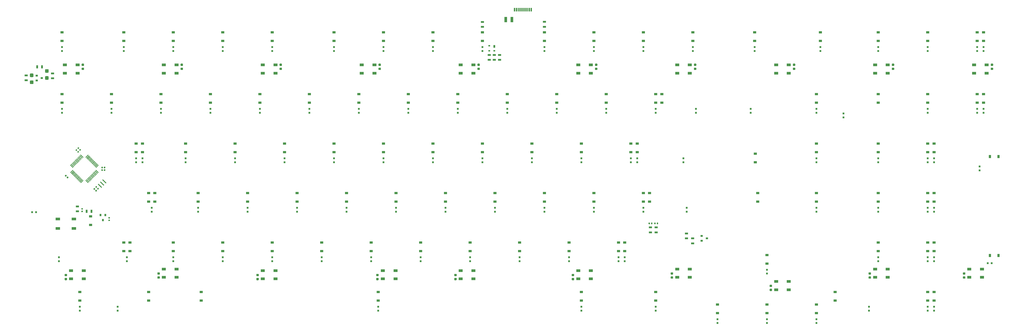
<source format=gbr>
%TF.GenerationSoftware,KiCad,Pcbnew,(5.1.10)-1*%
%TF.CreationDate,2022-05-13T21:34:30+07:00*%
%TF.ProjectId,Parallel,50617261-6c6c-4656-9c2e-6b696361645f,rev?*%
%TF.SameCoordinates,Original*%
%TF.FileFunction,Paste,Bot*%
%TF.FilePolarity,Positive*%
%FSLAX46Y46*%
G04 Gerber Fmt 4.6, Leading zero omitted, Abs format (unit mm)*
G04 Created by KiCad (PCBNEW (5.1.10)-1) date 2022-05-13 21:34:30*
%MOMM*%
%LPD*%
G01*
G04 APERTURE LIST*
%ADD10R,1.300000X0.700000*%
%ADD11R,0.700000X1.300000*%
%ADD12R,1.800000X1.100000*%
%ADD13R,0.800000X0.900000*%
%ADD14R,1.200000X0.900000*%
%ADD15R,0.900000X0.800000*%
%ADD16R,0.750000X0.800000*%
%ADD17R,1.500000X1.000000*%
%ADD18C,0.100000*%
%ADD19R,0.900000X1.200000*%
%ADD20R,0.800000X0.750000*%
%ADD21R,1.140000X2.030000*%
%ADD22R,0.300000X1.450000*%
%ADD23R,0.600000X1.450000*%
%ADD24R,0.700000X1.000000*%
%ADD25R,0.700000X0.600000*%
G04 APERTURE END LIST*
D10*
%TO.C,R118*%
X183975456Y-25469589D03*
X183975456Y-27369589D03*
%TD*%
D11*
%TO.C,R117*%
X26846159Y-85725216D03*
X24946159Y-85725216D03*
%TD*%
D10*
%TO.C,R116*%
X244278740Y-93818984D03*
X244278740Y-91918984D03*
%TD*%
%TO.C,R2*%
X242078740Y-91918984D03*
X242078740Y-93818984D03*
%TD*%
%TO.C,C33*%
G36*
G01*
X245038740Y-90198984D02*
X245038740Y-90538984D01*
G75*
G02*
X244898740Y-90678984I-140000J0D01*
G01*
X244618740Y-90678984D01*
G75*
G02*
X244478740Y-90538984I0J140000D01*
G01*
X244478740Y-90198984D01*
G75*
G02*
X244618740Y-90058984I140000J0D01*
G01*
X244898740Y-90058984D01*
G75*
G02*
X245038740Y-90198984I0J-140000D01*
G01*
G37*
G36*
G01*
X244078740Y-90198984D02*
X244078740Y-90538984D01*
G75*
G02*
X243938740Y-90678984I-140000J0D01*
G01*
X243658740Y-90678984D01*
G75*
G02*
X243518740Y-90538984I0J140000D01*
G01*
X243518740Y-90198984D01*
G75*
G02*
X243658740Y-90058984I140000J0D01*
G01*
X243938740Y-90058984D01*
G75*
G02*
X244078740Y-90198984I0J-140000D01*
G01*
G37*
%TD*%
%TO.C,C32*%
G36*
G01*
X242838740Y-90198984D02*
X242838740Y-90538984D01*
G75*
G02*
X242698740Y-90678984I-140000J0D01*
G01*
X242418740Y-90678984D01*
G75*
G02*
X242278740Y-90538984I0J140000D01*
G01*
X242278740Y-90198984D01*
G75*
G02*
X242418740Y-90058984I140000J0D01*
G01*
X242698740Y-90058984D01*
G75*
G02*
X242838740Y-90198984I0J-140000D01*
G01*
G37*
G36*
G01*
X241878740Y-90198984D02*
X241878740Y-90538984D01*
G75*
G02*
X241738740Y-90678984I-140000J0D01*
G01*
X241458740Y-90678984D01*
G75*
G02*
X241318740Y-90538984I0J140000D01*
G01*
X241318740Y-90198984D01*
G75*
G02*
X241458740Y-90058984I140000J0D01*
G01*
X241738740Y-90058984D01*
G75*
G02*
X241878740Y-90198984I0J-140000D01*
G01*
G37*
%TD*%
D12*
%TO.C,SW1*%
X20066449Y-92337728D03*
X13866449Y-88637728D03*
X20066449Y-88637728D03*
X13866449Y-92337728D03*
%TD*%
D10*
%TO.C,R1*%
X21431304Y-85725216D03*
X21431304Y-83825216D03*
%TD*%
D13*
%TO.C,Q2*%
X30303985Y-87106472D03*
X32203985Y-87106472D03*
X31253985Y-89106472D03*
%TD*%
D14*
%TO.C,D219*%
X26491473Y-90947100D03*
X26491473Y-87647100D03*
%TD*%
%TO.C,C31*%
G36*
G01*
X23387246Y-86005216D02*
X23047246Y-86005216D01*
G75*
G02*
X22907246Y-85865216I0J140000D01*
G01*
X22907246Y-85585216D01*
G75*
G02*
X23047246Y-85445216I140000J0D01*
G01*
X23387246Y-85445216D01*
G75*
G02*
X23527246Y-85585216I0J-140000D01*
G01*
X23527246Y-85865216D01*
G75*
G02*
X23387246Y-86005216I-140000J0D01*
G01*
G37*
G36*
G01*
X23387246Y-85045216D02*
X23047246Y-85045216D01*
G75*
G02*
X22907246Y-84905216I0J140000D01*
G01*
X22907246Y-84625216D01*
G75*
G02*
X23047246Y-84485216I140000J0D01*
G01*
X23387246Y-84485216D01*
G75*
G02*
X23527246Y-84625216I0J-140000D01*
G01*
X23527246Y-84905216D01*
G75*
G02*
X23387246Y-85045216I-140000J0D01*
G01*
G37*
%TD*%
%TO.C,C3*%
G36*
G01*
X33465241Y-87941786D02*
X33805241Y-87941786D01*
G75*
G02*
X33945241Y-88081786I0J-140000D01*
G01*
X33945241Y-88361786D01*
G75*
G02*
X33805241Y-88501786I-140000J0D01*
G01*
X33465241Y-88501786D01*
G75*
G02*
X33325241Y-88361786I0J140000D01*
G01*
X33325241Y-88081786D01*
G75*
G02*
X33465241Y-87941786I140000J0D01*
G01*
G37*
G36*
G01*
X33465241Y-88901786D02*
X33805241Y-88901786D01*
G75*
G02*
X33945241Y-89041786I0J-140000D01*
G01*
X33945241Y-89321786D01*
G75*
G02*
X33805241Y-89461786I-140000J0D01*
G01*
X33465241Y-89461786D01*
G75*
G02*
X33325241Y-89321786I0J140000D01*
G01*
X33325241Y-89041786D01*
G75*
G02*
X33465241Y-88901786I140000J0D01*
G01*
G37*
%TD*%
D10*
%TO.C,R115*%
X258318000Y-96128800D03*
X258318000Y-98028800D03*
%TD*%
%TO.C,R114*%
X255955800Y-94223800D03*
X255955800Y-96123800D03*
%TD*%
D15*
%TO.C,Q1*%
X263813800Y-96113600D03*
X261813800Y-95163600D03*
X261813800Y-97063600D03*
%TD*%
D11*
%TO.C,R113*%
X5896111Y-30063357D03*
X7796111Y-30063357D03*
%TD*%
%TO.C,C30*%
G36*
G01*
X363093883Y-110105747D02*
X362593883Y-110105747D01*
G75*
G02*
X362368883Y-109880747I0J225000D01*
G01*
X362368883Y-109430747D01*
G75*
G02*
X362593883Y-109205747I225000J0D01*
G01*
X363093883Y-109205747D01*
G75*
G02*
X363318883Y-109430747I0J-225000D01*
G01*
X363318883Y-109880747D01*
G75*
G02*
X363093883Y-110105747I-225000J0D01*
G01*
G37*
G36*
G01*
X363093883Y-111655747D02*
X362593883Y-111655747D01*
G75*
G02*
X362368883Y-111430747I0J225000D01*
G01*
X362368883Y-110980747D01*
G75*
G02*
X362593883Y-110755747I225000J0D01*
G01*
X363093883Y-110755747D01*
G75*
G02*
X363318883Y-110980747I0J-225000D01*
G01*
X363318883Y-111430747D01*
G75*
G02*
X363093883Y-111655747I-225000J0D01*
G01*
G37*
%TD*%
%TO.C,C29*%
G36*
G01*
X326279729Y-110755747D02*
X326779729Y-110755747D01*
G75*
G02*
X327004729Y-110980747I0J-225000D01*
G01*
X327004729Y-111430747D01*
G75*
G02*
X326779729Y-111655747I-225000J0D01*
G01*
X326279729Y-111655747D01*
G75*
G02*
X326054729Y-111430747I0J225000D01*
G01*
X326054729Y-110980747D01*
G75*
G02*
X326279729Y-110755747I225000J0D01*
G01*
G37*
G36*
G01*
X326279729Y-109205747D02*
X326779729Y-109205747D01*
G75*
G02*
X327004729Y-109430747I0J-225000D01*
G01*
X327004729Y-109880747D01*
G75*
G02*
X326779729Y-110105747I-225000J0D01*
G01*
X326279729Y-110105747D01*
G75*
G02*
X326054729Y-109880747I0J225000D01*
G01*
X326054729Y-109430747D01*
G75*
G02*
X326279729Y-109205747I225000J0D01*
G01*
G37*
%TD*%
%TO.C,C28*%
G36*
G01*
X259009247Y-30388357D02*
X259509247Y-30388357D01*
G75*
G02*
X259734247Y-30613357I0J-225000D01*
G01*
X259734247Y-31063357D01*
G75*
G02*
X259509247Y-31288357I-225000J0D01*
G01*
X259009247Y-31288357D01*
G75*
G02*
X258784247Y-31063357I0J225000D01*
G01*
X258784247Y-30613357D01*
G75*
G02*
X259009247Y-30388357I225000J0D01*
G01*
G37*
G36*
G01*
X259009247Y-28838357D02*
X259509247Y-28838357D01*
G75*
G02*
X259734247Y-29063357I0J-225000D01*
G01*
X259734247Y-29513357D01*
G75*
G02*
X259509247Y-29738357I-225000J0D01*
G01*
X259009247Y-29738357D01*
G75*
G02*
X258784247Y-29513357I0J225000D01*
G01*
X258784247Y-29063357D01*
G75*
G02*
X259009247Y-28838357I225000J0D01*
G01*
G37*
%TD*%
%TO.C,C27*%
G36*
G01*
X23764903Y-29738357D02*
X23264903Y-29738357D01*
G75*
G02*
X23039903Y-29513357I0J225000D01*
G01*
X23039903Y-29063357D01*
G75*
G02*
X23264903Y-28838357I225000J0D01*
G01*
X23764903Y-28838357D01*
G75*
G02*
X23989903Y-29063357I0J-225000D01*
G01*
X23989903Y-29513357D01*
G75*
G02*
X23764903Y-29738357I-225000J0D01*
G01*
G37*
G36*
G01*
X23764903Y-31288357D02*
X23264903Y-31288357D01*
G75*
G02*
X23039903Y-31063357I0J225000D01*
G01*
X23039903Y-30613357D01*
G75*
G02*
X23264903Y-30388357I225000J0D01*
G01*
X23764903Y-30388357D01*
G75*
G02*
X23989903Y-30613357I0J-225000D01*
G01*
X23989903Y-31063357D01*
G75*
G02*
X23764903Y-31288357I-225000J0D01*
G01*
G37*
%TD*%
%TO.C,C26*%
G36*
G01*
X373309535Y-30388357D02*
X373809535Y-30388357D01*
G75*
G02*
X374034535Y-30613357I0J-225000D01*
G01*
X374034535Y-31063357D01*
G75*
G02*
X373809535Y-31288357I-225000J0D01*
G01*
X373309535Y-31288357D01*
G75*
G02*
X373084535Y-31063357I0J225000D01*
G01*
X373084535Y-30613357D01*
G75*
G02*
X373309535Y-30388357I225000J0D01*
G01*
G37*
G36*
G01*
X373309535Y-28838357D02*
X373809535Y-28838357D01*
G75*
G02*
X374034535Y-29063357I0J-225000D01*
G01*
X374034535Y-29513357D01*
G75*
G02*
X373809535Y-29738357I-225000J0D01*
G01*
X373309535Y-29738357D01*
G75*
G02*
X373084535Y-29513357I0J225000D01*
G01*
X373084535Y-29063357D01*
G75*
G02*
X373309535Y-28838357I225000J0D01*
G01*
G37*
%TD*%
%TO.C,C25*%
G36*
G01*
X52435289Y-110755747D02*
X52935289Y-110755747D01*
G75*
G02*
X53160289Y-110980747I0J-225000D01*
G01*
X53160289Y-111430747D01*
G75*
G02*
X52935289Y-111655747I-225000J0D01*
G01*
X52435289Y-111655747D01*
G75*
G02*
X52210289Y-111430747I0J225000D01*
G01*
X52210289Y-110980747D01*
G75*
G02*
X52435289Y-110755747I225000J0D01*
G01*
G37*
G36*
G01*
X52435289Y-109205747D02*
X52935289Y-109205747D01*
G75*
G02*
X53160289Y-109430747I0J-225000D01*
G01*
X53160289Y-109880747D01*
G75*
G02*
X52935289Y-110105747I-225000J0D01*
G01*
X52435289Y-110105747D01*
G75*
G02*
X52210289Y-109880747I0J225000D01*
G01*
X52210289Y-109430747D01*
G75*
G02*
X52435289Y-109205747I225000J0D01*
G01*
G37*
%TD*%
%TO.C,C24*%
G36*
G01*
X335209439Y-30388357D02*
X335709439Y-30388357D01*
G75*
G02*
X335934439Y-30613357I0J-225000D01*
G01*
X335934439Y-31063357D01*
G75*
G02*
X335709439Y-31288357I-225000J0D01*
G01*
X335209439Y-31288357D01*
G75*
G02*
X334984439Y-31063357I0J225000D01*
G01*
X334984439Y-30613357D01*
G75*
G02*
X335209439Y-30388357I225000J0D01*
G01*
G37*
G36*
G01*
X335209439Y-28838357D02*
X335709439Y-28838357D01*
G75*
G02*
X335934439Y-29063357I0J-225000D01*
G01*
X335934439Y-29513357D01*
G75*
G02*
X335709439Y-29738357I-225000J0D01*
G01*
X335209439Y-29738357D01*
G75*
G02*
X334984439Y-29513357I0J225000D01*
G01*
X334984439Y-29063357D01*
G75*
G02*
X335209439Y-28838357I225000J0D01*
G01*
G37*
%TD*%
%TO.C,C23*%
G36*
G01*
X211979441Y-111351061D02*
X212479441Y-111351061D01*
G75*
G02*
X212704441Y-111576061I0J-225000D01*
G01*
X212704441Y-112026061D01*
G75*
G02*
X212479441Y-112251061I-225000J0D01*
G01*
X211979441Y-112251061D01*
G75*
G02*
X211754441Y-112026061I0J225000D01*
G01*
X211754441Y-111576061D01*
G75*
G02*
X211979441Y-111351061I225000J0D01*
G01*
G37*
G36*
G01*
X211979441Y-109801061D02*
X212479441Y-109801061D01*
G75*
G02*
X212704441Y-110026061I0J-225000D01*
G01*
X212704441Y-110476061D01*
G75*
G02*
X212479441Y-110701061I-225000J0D01*
G01*
X211979441Y-110701061D01*
G75*
G02*
X211754441Y-110476061I0J225000D01*
G01*
X211754441Y-110026061D01*
G75*
G02*
X211979441Y-109801061I225000J0D01*
G01*
G37*
%TD*%
%TO.C,C22*%
G36*
G01*
X175665287Y-30388357D02*
X176165287Y-30388357D01*
G75*
G02*
X176390287Y-30613357I0J-225000D01*
G01*
X176390287Y-31063357D01*
G75*
G02*
X176165287Y-31288357I-225000J0D01*
G01*
X175665287Y-31288357D01*
G75*
G02*
X175440287Y-31063357I0J225000D01*
G01*
X175440287Y-30613357D01*
G75*
G02*
X175665287Y-30388357I225000J0D01*
G01*
G37*
G36*
G01*
X175665287Y-28838357D02*
X176165287Y-28838357D01*
G75*
G02*
X176390287Y-29063357I0J-225000D01*
G01*
X176390287Y-29513357D01*
G75*
G02*
X176165287Y-29738357I-225000J0D01*
G01*
X175665287Y-29738357D01*
G75*
G02*
X175440287Y-29513357I0J225000D01*
G01*
X175440287Y-29063357D01*
G75*
G02*
X175665287Y-28838357I225000J0D01*
G01*
G37*
%TD*%
%TO.C,C21*%
G36*
G01*
X166735577Y-111351061D02*
X167235577Y-111351061D01*
G75*
G02*
X167460577Y-111576061I0J-225000D01*
G01*
X167460577Y-112026061D01*
G75*
G02*
X167235577Y-112251061I-225000J0D01*
G01*
X166735577Y-112251061D01*
G75*
G02*
X166510577Y-112026061I0J225000D01*
G01*
X166510577Y-111576061D01*
G75*
G02*
X166735577Y-111351061I225000J0D01*
G01*
G37*
G36*
G01*
X166735577Y-109801061D02*
X167235577Y-109801061D01*
G75*
G02*
X167460577Y-110026061I0J-225000D01*
G01*
X167460577Y-110476061D01*
G75*
G02*
X167235577Y-110701061I-225000J0D01*
G01*
X166735577Y-110701061D01*
G75*
G02*
X166510577Y-110476061I0J225000D01*
G01*
X166510577Y-110026061D01*
G75*
G02*
X166735577Y-109801061I225000J0D01*
G01*
G37*
%TD*%
%TO.C,C20*%
G36*
G01*
X297109343Y-30388357D02*
X297609343Y-30388357D01*
G75*
G02*
X297834343Y-30613357I0J-225000D01*
G01*
X297834343Y-31063357D01*
G75*
G02*
X297609343Y-31288357I-225000J0D01*
G01*
X297109343Y-31288357D01*
G75*
G02*
X296884343Y-31063357I0J225000D01*
G01*
X296884343Y-30613357D01*
G75*
G02*
X297109343Y-30388357I225000J0D01*
G01*
G37*
G36*
G01*
X297109343Y-28838357D02*
X297609343Y-28838357D01*
G75*
G02*
X297834343Y-29063357I0J-225000D01*
G01*
X297834343Y-29513357D01*
G75*
G02*
X297609343Y-29738357I-225000J0D01*
G01*
X297109343Y-29738357D01*
G75*
G02*
X296884343Y-29513357I0J225000D01*
G01*
X296884343Y-29063357D01*
G75*
G02*
X297109343Y-28838357I225000J0D01*
G01*
G37*
%TD*%
%TO.C,C19*%
G36*
G01*
X250079537Y-110755747D02*
X250579537Y-110755747D01*
G75*
G02*
X250804537Y-110980747I0J-225000D01*
G01*
X250804537Y-111430747D01*
G75*
G02*
X250579537Y-111655747I-225000J0D01*
G01*
X250079537Y-111655747D01*
G75*
G02*
X249854537Y-111430747I0J225000D01*
G01*
X249854537Y-110980747D01*
G75*
G02*
X250079537Y-110755747I225000J0D01*
G01*
G37*
G36*
G01*
X250079537Y-109205747D02*
X250579537Y-109205747D01*
G75*
G02*
X250804537Y-109430747I0J-225000D01*
G01*
X250804537Y-109880747D01*
G75*
G02*
X250579537Y-110105747I-225000J0D01*
G01*
X250079537Y-110105747D01*
G75*
G02*
X249854537Y-109880747I0J225000D01*
G01*
X249854537Y-109430747D01*
G75*
G02*
X250079537Y-109205747I225000J0D01*
G01*
G37*
%TD*%
%TO.C,C18*%
G36*
G01*
X220909151Y-30388357D02*
X221409151Y-30388357D01*
G75*
G02*
X221634151Y-30613357I0J-225000D01*
G01*
X221634151Y-31063357D01*
G75*
G02*
X221409151Y-31288357I-225000J0D01*
G01*
X220909151Y-31288357D01*
G75*
G02*
X220684151Y-31063357I0J225000D01*
G01*
X220684151Y-30613357D01*
G75*
G02*
X220909151Y-30388357I225000J0D01*
G01*
G37*
G36*
G01*
X220909151Y-28838357D02*
X221409151Y-28838357D01*
G75*
G02*
X221634151Y-29063357I0J-225000D01*
G01*
X221634151Y-29513357D01*
G75*
G02*
X221409151Y-29738357I-225000J0D01*
G01*
X220909151Y-29738357D01*
G75*
G02*
X220684151Y-29513357I0J225000D01*
G01*
X220684151Y-29063357D01*
G75*
G02*
X220909151Y-28838357I225000J0D01*
G01*
G37*
%TD*%
%TO.C,C17*%
G36*
G01*
X16716449Y-111351061D02*
X17216449Y-111351061D01*
G75*
G02*
X17441449Y-111576061I0J-225000D01*
G01*
X17441449Y-112026061D01*
G75*
G02*
X17216449Y-112251061I-225000J0D01*
G01*
X16716449Y-112251061D01*
G75*
G02*
X16491449Y-112026061I0J225000D01*
G01*
X16491449Y-111576061D01*
G75*
G02*
X16716449Y-111351061I225000J0D01*
G01*
G37*
G36*
G01*
X16716449Y-109801061D02*
X17216449Y-109801061D01*
G75*
G02*
X17441449Y-110026061I0J-225000D01*
G01*
X17441449Y-110476061D01*
G75*
G02*
X17216449Y-110701061I-225000J0D01*
G01*
X16716449Y-110701061D01*
G75*
G02*
X16491449Y-110476061I0J225000D01*
G01*
X16491449Y-110026061D01*
G75*
G02*
X16716449Y-109801061I225000J0D01*
G01*
G37*
%TD*%
%TO.C,C16*%
G36*
G01*
X137565191Y-30388357D02*
X138065191Y-30388357D01*
G75*
G02*
X138290191Y-30613357I0J-225000D01*
G01*
X138290191Y-31063357D01*
G75*
G02*
X138065191Y-31288357I-225000J0D01*
G01*
X137565191Y-31288357D01*
G75*
G02*
X137340191Y-31063357I0J225000D01*
G01*
X137340191Y-30613357D01*
G75*
G02*
X137565191Y-30388357I225000J0D01*
G01*
G37*
G36*
G01*
X137565191Y-28838357D02*
X138065191Y-28838357D01*
G75*
G02*
X138290191Y-29063357I0J-225000D01*
G01*
X138290191Y-29513357D01*
G75*
G02*
X138065191Y-29738357I-225000J0D01*
G01*
X137565191Y-29738357D01*
G75*
G02*
X137340191Y-29513357I0J225000D01*
G01*
X137340191Y-29063357D01*
G75*
G02*
X137565191Y-28838357I225000J0D01*
G01*
G37*
%TD*%
%TO.C,C15*%
G36*
G01*
X90535385Y-111351061D02*
X91035385Y-111351061D01*
G75*
G02*
X91260385Y-111576061I0J-225000D01*
G01*
X91260385Y-112026061D01*
G75*
G02*
X91035385Y-112251061I-225000J0D01*
G01*
X90535385Y-112251061D01*
G75*
G02*
X90310385Y-112026061I0J225000D01*
G01*
X90310385Y-111576061D01*
G75*
G02*
X90535385Y-111351061I225000J0D01*
G01*
G37*
G36*
G01*
X90535385Y-109801061D02*
X91035385Y-109801061D01*
G75*
G02*
X91260385Y-110026061I0J-225000D01*
G01*
X91260385Y-110476061D01*
G75*
G02*
X91035385Y-110701061I-225000J0D01*
G01*
X90535385Y-110701061D01*
G75*
G02*
X90310385Y-110476061I0J225000D01*
G01*
X90310385Y-110026061D01*
G75*
G02*
X90535385Y-109801061I225000J0D01*
G01*
G37*
%TD*%
%TO.C,C14*%
G36*
G01*
X99465095Y-30388357D02*
X99965095Y-30388357D01*
G75*
G02*
X100190095Y-30613357I0J-225000D01*
G01*
X100190095Y-31063357D01*
G75*
G02*
X99965095Y-31288357I-225000J0D01*
G01*
X99465095Y-31288357D01*
G75*
G02*
X99240095Y-31063357I0J225000D01*
G01*
X99240095Y-30613357D01*
G75*
G02*
X99465095Y-30388357I225000J0D01*
G01*
G37*
G36*
G01*
X99465095Y-28838357D02*
X99965095Y-28838357D01*
G75*
G02*
X100190095Y-29063357I0J-225000D01*
G01*
X100190095Y-29513357D01*
G75*
G02*
X99965095Y-29738357I-225000J0D01*
G01*
X99465095Y-29738357D01*
G75*
G02*
X99240095Y-29513357I0J225000D01*
G01*
X99240095Y-29063357D01*
G75*
G02*
X99465095Y-28838357I225000J0D01*
G01*
G37*
%TD*%
%TO.C,C13*%
G36*
G01*
X136672220Y-111351061D02*
X137172220Y-111351061D01*
G75*
G02*
X137397220Y-111576061I0J-225000D01*
G01*
X137397220Y-112026061D01*
G75*
G02*
X137172220Y-112251061I-225000J0D01*
G01*
X136672220Y-112251061D01*
G75*
G02*
X136447220Y-112026061I0J225000D01*
G01*
X136447220Y-111576061D01*
G75*
G02*
X136672220Y-111351061I225000J0D01*
G01*
G37*
G36*
G01*
X136672220Y-109801061D02*
X137172220Y-109801061D01*
G75*
G02*
X137397220Y-110026061I0J-225000D01*
G01*
X137397220Y-110476061D01*
G75*
G02*
X137172220Y-110701061I-225000J0D01*
G01*
X136672220Y-110701061D01*
G75*
G02*
X136447220Y-110476061I0J225000D01*
G01*
X136447220Y-110026061D01*
G75*
G02*
X136672220Y-109801061I225000J0D01*
G01*
G37*
%TD*%
%TO.C,C2*%
G36*
G01*
X61364999Y-30388357D02*
X61864999Y-30388357D01*
G75*
G02*
X62089999Y-30613357I0J-225000D01*
G01*
X62089999Y-31063357D01*
G75*
G02*
X61864999Y-31288357I-225000J0D01*
G01*
X61364999Y-31288357D01*
G75*
G02*
X61139999Y-31063357I0J225000D01*
G01*
X61139999Y-30613357D01*
G75*
G02*
X61364999Y-30388357I225000J0D01*
G01*
G37*
G36*
G01*
X61364999Y-28838357D02*
X61864999Y-28838357D01*
G75*
G02*
X62089999Y-29063357I0J-225000D01*
G01*
X62089999Y-29513357D01*
G75*
G02*
X61864999Y-29738357I-225000J0D01*
G01*
X61364999Y-29738357D01*
G75*
G02*
X61139999Y-29513357I0J225000D01*
G01*
X61139999Y-29063357D01*
G75*
G02*
X61364999Y-28838357I225000J0D01*
G01*
G37*
%TD*%
%TO.C,C1*%
G36*
G01*
X288179633Y-115518259D02*
X288679633Y-115518259D01*
G75*
G02*
X288904633Y-115743259I0J-225000D01*
G01*
X288904633Y-116193259D01*
G75*
G02*
X288679633Y-116418259I-225000J0D01*
G01*
X288179633Y-116418259D01*
G75*
G02*
X287954633Y-116193259I0J225000D01*
G01*
X287954633Y-115743259D01*
G75*
G02*
X288179633Y-115518259I225000J0D01*
G01*
G37*
G36*
G01*
X288179633Y-113968259D02*
X288679633Y-113968259D01*
G75*
G02*
X288904633Y-114193259I0J-225000D01*
G01*
X288904633Y-114643259D01*
G75*
G02*
X288679633Y-114868259I-225000J0D01*
G01*
X288179633Y-114868259D01*
G75*
G02*
X287954633Y-114643259I0J225000D01*
G01*
X287954633Y-114193259D01*
G75*
G02*
X288179633Y-113968259I225000J0D01*
G01*
G37*
%TD*%
D16*
%TO.C,R106*%
X351235260Y-122479998D03*
X351235260Y-123979998D03*
%TD*%
%TO.C,R105*%
X348854004Y-122479998D03*
X348854004Y-123979998D03*
%TD*%
%TO.C,R104*%
X326232072Y-122479998D03*
X326232072Y-123979998D03*
%TD*%
%TO.C,R103*%
X244078740Y-122479998D03*
X244078740Y-123979998D03*
%TD*%
%TO.C,R102*%
X215503668Y-122479998D03*
X215503668Y-123979998D03*
%TD*%
%TO.C,R101*%
X137219877Y-122479998D03*
X137219877Y-123979998D03*
%TD*%
D17*
%TO.C,RGB20*%
X364858738Y-111137776D03*
X364858738Y-107937776D03*
X369758738Y-111137776D03*
X369758738Y-107937776D03*
%TD*%
%TO.C,RGB19*%
X328543750Y-111137500D03*
X328543750Y-107937500D03*
X333443750Y-111137500D03*
X333443750Y-107937500D03*
%TD*%
%TO.C,RGB18*%
X290444488Y-115900288D03*
X290444488Y-112700288D03*
X295344488Y-115900288D03*
X295344488Y-112700288D03*
%TD*%
%TO.C,RGB17*%
X252343750Y-111137500D03*
X252343750Y-107937500D03*
X257243750Y-111137500D03*
X257243750Y-107937500D03*
%TD*%
%TO.C,RGB16*%
X214244296Y-111733090D03*
X214244296Y-108533090D03*
X219144296Y-111733090D03*
X219144296Y-108533090D03*
%TD*%
%TO.C,RGB15*%
X169000000Y-111733090D03*
X169000000Y-108533090D03*
X173900000Y-111733090D03*
X173900000Y-108533090D03*
%TD*%
%TO.C,RGB14*%
X143896250Y-108533090D03*
X143896250Y-111733090D03*
X138996250Y-108533090D03*
X138996250Y-111733090D03*
%TD*%
%TO.C,RGB13*%
X92800000Y-111733090D03*
X92800000Y-108533090D03*
X97700000Y-111733090D03*
X97700000Y-108533090D03*
%TD*%
%TO.C,RGB12*%
X54700000Y-111137500D03*
X54700000Y-107937500D03*
X59600000Y-111137500D03*
X59600000Y-107937500D03*
%TD*%
%TO.C,RGB11*%
X18981304Y-111733090D03*
X18981304Y-108533090D03*
X23881304Y-111733090D03*
X23881304Y-108533090D03*
%TD*%
D16*
%TO.C,R112*%
X36909468Y-122479998D03*
X36909468Y-123979998D03*
%TD*%
%TO.C,R111*%
X22324275Y-122479998D03*
X22324275Y-123979998D03*
%TD*%
D14*
%TO.C,D212*%
X69056424Y-120117486D03*
X69056424Y-116817486D03*
%TD*%
%TO.C,D211*%
X244078740Y-120117486D03*
X244078740Y-116817486D03*
%TD*%
%TO.C,D210*%
X215503668Y-120117486D03*
X215503668Y-116817486D03*
%TD*%
%TO.C,D209*%
X137219877Y-120117486D03*
X137219877Y-116817486D03*
%TD*%
%TO.C,D208*%
X48815748Y-120117486D03*
X48815748Y-116817486D03*
%TD*%
%TO.C,D207*%
X22324275Y-120117486D03*
X22324275Y-116817486D03*
%TD*%
%TO.C,D206*%
X351235260Y-120117486D03*
X351235260Y-116817486D03*
%TD*%
%TO.C,D205*%
X348854004Y-120117486D03*
X348854004Y-116817486D03*
%TD*%
%TO.C,D204*%
X313135164Y-120117486D03*
X313135164Y-116817486D03*
%TD*%
%TO.C,D203*%
X305991396Y-124879998D03*
X305991396Y-121579998D03*
%TD*%
%TO.C,D202*%
X267891300Y-124879998D03*
X267891300Y-121579998D03*
%TD*%
%TO.C,D168*%
X286941348Y-124879998D03*
X286941348Y-121579998D03*
%TD*%
D18*
%TO.C,Y2*%
G36*
X29577470Y-75044919D02*
G01*
X30920973Y-76388422D01*
X30638130Y-76671265D01*
X29294627Y-75327762D01*
X29577470Y-75044919D01*
G37*
G36*
X30425998Y-74196391D02*
G01*
X31769501Y-75539894D01*
X31486658Y-75822737D01*
X30143155Y-74479234D01*
X30425998Y-74196391D01*
G37*
G36*
X31274526Y-73347863D02*
G01*
X32618029Y-74691366D01*
X32335186Y-74974209D01*
X30991683Y-73630706D01*
X31274526Y-73347863D01*
G37*
%TD*%
%TO.C,C6*%
G36*
G01*
X31207874Y-69684081D02*
X31207874Y-70024081D01*
G75*
G02*
X31067874Y-70164081I-140000J0D01*
G01*
X30787874Y-70164081D01*
G75*
G02*
X30647874Y-70024081I0J140000D01*
G01*
X30647874Y-69684081D01*
G75*
G02*
X30787874Y-69544081I140000J0D01*
G01*
X31067874Y-69544081D01*
G75*
G02*
X31207874Y-69684081I0J-140000D01*
G01*
G37*
G36*
G01*
X32167874Y-69684081D02*
X32167874Y-70024081D01*
G75*
G02*
X32027874Y-70164081I-140000J0D01*
G01*
X31747874Y-70164081D01*
G75*
G02*
X31607874Y-70024081I0J140000D01*
G01*
X31607874Y-69684081D01*
G75*
G02*
X31747874Y-69544081I140000J0D01*
G01*
X32027874Y-69544081D01*
G75*
G02*
X32167874Y-69684081I0J-140000D01*
G01*
G37*
%TD*%
%TO.C,C5*%
G36*
G01*
X31207874Y-68684081D02*
X31207874Y-69024081D01*
G75*
G02*
X31067874Y-69164081I-140000J0D01*
G01*
X30787874Y-69164081D01*
G75*
G02*
X30647874Y-69024081I0J140000D01*
G01*
X30647874Y-68684081D01*
G75*
G02*
X30787874Y-68544081I140000J0D01*
G01*
X31067874Y-68544081D01*
G75*
G02*
X31207874Y-68684081I0J-140000D01*
G01*
G37*
G36*
G01*
X32167874Y-68684081D02*
X32167874Y-69024081D01*
G75*
G02*
X32027874Y-69164081I-140000J0D01*
G01*
X31747874Y-69164081D01*
G75*
G02*
X31607874Y-69024081I0J140000D01*
G01*
X31607874Y-68684081D01*
G75*
G02*
X31747874Y-68544081I140000J0D01*
G01*
X32027874Y-68544081D01*
G75*
G02*
X32167874Y-68684081I0J-140000D01*
G01*
G37*
%TD*%
D16*
%TO.C,R48*%
X46434492Y-66829854D03*
X46434492Y-65329854D03*
%TD*%
D19*
%TO.C,D187*%
X376102506Y-102691569D03*
X372802506Y-102691569D03*
%TD*%
D14*
%TO.C,D186*%
X351235260Y-101067438D03*
X351235260Y-97767438D03*
%TD*%
%TO.C,D185*%
X348854004Y-101067438D03*
X348854004Y-97767438D03*
%TD*%
%TO.C,D184*%
X329803956Y-101067438D03*
X329803956Y-97767438D03*
%TD*%
%TO.C,D182*%
X286941348Y-105829950D03*
X286941348Y-102529950D03*
%TD*%
%TO.C,D181*%
X232172460Y-101067438D03*
X232172460Y-97767438D03*
%TD*%
%TO.C,D180*%
X229791204Y-101067438D03*
X229791204Y-97767438D03*
%TD*%
%TO.C,D179*%
X210741156Y-101067438D03*
X210741156Y-97767438D03*
%TD*%
%TO.C,D178*%
X191691108Y-101067438D03*
X191691108Y-97767438D03*
%TD*%
%TO.C,D177*%
X172641060Y-101067438D03*
X172641060Y-97767438D03*
%TD*%
%TO.C,D176*%
X153591012Y-101067438D03*
X153591012Y-97767438D03*
%TD*%
%TO.C,D175*%
X134540964Y-101067438D03*
X134540964Y-97767438D03*
%TD*%
%TO.C,D174*%
X115490916Y-101067438D03*
X115490916Y-97767438D03*
%TD*%
%TO.C,D173*%
X96440868Y-101067438D03*
X96440868Y-97767438D03*
%TD*%
%TO.C,D172*%
X77390820Y-97767438D03*
X77390820Y-101067438D03*
%TD*%
%TO.C,D171*%
X58340772Y-101067438D03*
X58340772Y-97767438D03*
%TD*%
%TO.C,D170*%
X41671980Y-101067438D03*
X41671980Y-97767438D03*
%TD*%
%TO.C,D169*%
X39290724Y-101067438D03*
X39290724Y-97767438D03*
%TD*%
%TO.C,C10*%
G36*
G01*
X28237458Y-77147935D02*
X27997042Y-77388351D01*
G75*
G02*
X27799052Y-77388351I-98995J98995D01*
G01*
X27601062Y-77190361D01*
G75*
G02*
X27601062Y-76992371I98995J98995D01*
G01*
X27841478Y-76751955D01*
G75*
G02*
X28039468Y-76751955I98995J-98995D01*
G01*
X28237458Y-76949945D01*
G75*
G02*
X28237458Y-77147935I-98995J-98995D01*
G01*
G37*
G36*
G01*
X28916280Y-77826757D02*
X28675864Y-78067173D01*
G75*
G02*
X28477874Y-78067173I-98995J98995D01*
G01*
X28279884Y-77869183D01*
G75*
G02*
X28279884Y-77671193I98995J98995D01*
G01*
X28520300Y-77430777D01*
G75*
G02*
X28718290Y-77430777I98995J-98995D01*
G01*
X28916280Y-77628767D01*
G75*
G02*
X28916280Y-77826757I-98995J-98995D01*
G01*
G37*
%TD*%
%TO.C,C9*%
G36*
G01*
X21379489Y-62731976D02*
X21619905Y-62491560D01*
G75*
G02*
X21817895Y-62491560I98995J-98995D01*
G01*
X22015885Y-62689550D01*
G75*
G02*
X22015885Y-62887540I-98995J-98995D01*
G01*
X21775469Y-63127956D01*
G75*
G02*
X21577479Y-63127956I-98995J98995D01*
G01*
X21379489Y-62929966D01*
G75*
G02*
X21379489Y-62731976I98995J98995D01*
G01*
G37*
G36*
G01*
X20700667Y-62053154D02*
X20941083Y-61812738D01*
G75*
G02*
X21139073Y-61812738I98995J-98995D01*
G01*
X21337063Y-62010728D01*
G75*
G02*
X21337063Y-62208718I-98995J-98995D01*
G01*
X21096647Y-62449134D01*
G75*
G02*
X20898657Y-62449134I-98995J98995D01*
G01*
X20700667Y-62251144D01*
G75*
G02*
X20700667Y-62053154I98995J98995D01*
G01*
G37*
%TD*%
%TO.C,C8*%
G36*
G01*
X28987458Y-76397935D02*
X28747042Y-76638351D01*
G75*
G02*
X28549052Y-76638351I-98995J98995D01*
G01*
X28351062Y-76440361D01*
G75*
G02*
X28351062Y-76242371I98995J98995D01*
G01*
X28591478Y-76001955D01*
G75*
G02*
X28789468Y-76001955I98995J-98995D01*
G01*
X28987458Y-76199945D01*
G75*
G02*
X28987458Y-76397935I-98995J-98995D01*
G01*
G37*
G36*
G01*
X29666280Y-77076757D02*
X29425864Y-77317173D01*
G75*
G02*
X29227874Y-77317173I-98995J98995D01*
G01*
X29029884Y-77119183D01*
G75*
G02*
X29029884Y-76921193I98995J98995D01*
G01*
X29270300Y-76680777D01*
G75*
G02*
X29468290Y-76680777I98995J-98995D01*
G01*
X29666280Y-76878767D01*
G75*
G02*
X29666280Y-77076757I-98995J-98995D01*
G01*
G37*
%TD*%
%TO.C,C7*%
G36*
G01*
X17242893Y-72069022D02*
X17002477Y-72309438D01*
G75*
G02*
X16804487Y-72309438I-98995J98995D01*
G01*
X16606497Y-72111448D01*
G75*
G02*
X16606497Y-71913458I98995J98995D01*
G01*
X16846913Y-71673042D01*
G75*
G02*
X17044903Y-71673042I98995J-98995D01*
G01*
X17242893Y-71871032D01*
G75*
G02*
X17242893Y-72069022I-98995J-98995D01*
G01*
G37*
G36*
G01*
X17921715Y-72747844D02*
X17681299Y-72988260D01*
G75*
G02*
X17483309Y-72988260I-98995J98995D01*
G01*
X17285319Y-72790270D01*
G75*
G02*
X17285319Y-72592280I98995J98995D01*
G01*
X17525735Y-72351864D01*
G75*
G02*
X17723725Y-72351864I98995J-98995D01*
G01*
X17921715Y-72549854D01*
G75*
G02*
X17921715Y-72747844I-98995J-98995D01*
G01*
G37*
%TD*%
%TO.C,C4*%
G36*
G01*
X22129489Y-61981976D02*
X22369905Y-61741560D01*
G75*
G02*
X22567895Y-61741560I98995J-98995D01*
G01*
X22765885Y-61939550D01*
G75*
G02*
X22765885Y-62137540I-98995J-98995D01*
G01*
X22525469Y-62377956D01*
G75*
G02*
X22327479Y-62377956I-98995J98995D01*
G01*
X22129489Y-62179966D01*
G75*
G02*
X22129489Y-61981976I98995J98995D01*
G01*
G37*
G36*
G01*
X21450667Y-61303154D02*
X21691083Y-61062738D01*
G75*
G02*
X21889073Y-61062738I98995J-98995D01*
G01*
X22087063Y-61260728D01*
G75*
G02*
X22087063Y-61458718I-98995J-98995D01*
G01*
X21846647Y-61699134D01*
G75*
G02*
X21648657Y-61699134I-98995J98995D01*
G01*
X21450667Y-61501144D01*
G75*
G02*
X21450667Y-61303154I98995J98995D01*
G01*
G37*
%TD*%
D19*
%TO.C,D167*%
X372802506Y-64591569D03*
X376102506Y-64591569D03*
%TD*%
D14*
%TO.C,D166*%
X351235260Y-82017390D03*
X351235260Y-78717390D03*
%TD*%
%TO.C,D165*%
X348854004Y-82017390D03*
X348854004Y-78717390D03*
%TD*%
%TO.C,D164*%
X329803956Y-82017390D03*
X329803956Y-78717390D03*
%TD*%
%TO.C,D163*%
X305991396Y-82017390D03*
X305991396Y-78717390D03*
%TD*%
%TO.C,D162*%
X283369464Y-82017390D03*
X283369464Y-78717390D03*
%TD*%
%TO.C,D161*%
X241697484Y-82017390D03*
X241697484Y-78717390D03*
%TD*%
%TO.C,D160*%
X239316228Y-82017390D03*
X239316228Y-78717390D03*
%TD*%
%TO.C,D159*%
X220266180Y-82017390D03*
X220266180Y-78717390D03*
%TD*%
%TO.C,D158*%
X201216132Y-82017390D03*
X201216132Y-78717390D03*
%TD*%
%TO.C,D157*%
X182166084Y-82017390D03*
X182166084Y-78717390D03*
%TD*%
%TO.C,D156*%
X163116036Y-82017390D03*
X163116036Y-78717390D03*
%TD*%
%TO.C,D155*%
X144065988Y-82017390D03*
X144065988Y-78717390D03*
%TD*%
%TO.C,D154*%
X125015940Y-82017390D03*
X125015940Y-78717390D03*
%TD*%
%TO.C,D153*%
X105965892Y-82017390D03*
X105965892Y-78717390D03*
%TD*%
%TO.C,D152*%
X86915844Y-82017390D03*
X86915844Y-78717390D03*
%TD*%
%TO.C,D151*%
X67865796Y-82017390D03*
X67865796Y-78717390D03*
%TD*%
%TO.C,D150*%
X48815748Y-82017390D03*
X48815748Y-78717390D03*
%TD*%
%TO.C,D149*%
X51197004Y-82017390D03*
X51197004Y-78717390D03*
%TD*%
D16*
%TO.C,R100*%
X286941348Y-127242510D03*
X286941348Y-128742510D03*
%TD*%
%TO.C,R99*%
X267891300Y-127242510D03*
X267891300Y-128742510D03*
%TD*%
D20*
%TO.C,R98*%
X371916564Y-105668235D03*
X373416564Y-105668235D03*
%TD*%
D16*
%TO.C,R97*%
X305991396Y-127242510D03*
X305991396Y-128742510D03*
%TD*%
%TO.C,R96*%
X351235260Y-103429950D03*
X351235260Y-104929950D03*
%TD*%
%TO.C,R95*%
X348853956Y-103429950D03*
X348853956Y-104929950D03*
%TD*%
%TO.C,R94*%
X329803956Y-103429950D03*
X329803956Y-104929950D03*
%TD*%
%TO.C,R93*%
X40481352Y-103429950D03*
X40481352Y-104929950D03*
%TD*%
%TO.C,R92*%
X14287536Y-103429950D03*
X14287536Y-104929950D03*
%TD*%
%TO.C,R91*%
X58340772Y-103429950D03*
X58340772Y-104929950D03*
%TD*%
%TO.C,R90*%
X286941348Y-108192462D03*
X286941348Y-109692462D03*
%TD*%
%TO.C,R89*%
X77390820Y-103429950D03*
X77390820Y-104929950D03*
%TD*%
%TO.C,R88*%
X96440868Y-103429950D03*
X96440868Y-104929950D03*
%TD*%
%TO.C,R87*%
X115490916Y-103429950D03*
X115490916Y-104929950D03*
%TD*%
%TO.C,R86*%
X348854004Y-65329854D03*
X348854004Y-66829854D03*
%TD*%
%TO.C,R84*%
X305991396Y-46279806D03*
X305991396Y-47779806D03*
%TD*%
%TO.C,R83*%
X316409391Y-48065748D03*
X316409391Y-49565748D03*
%TD*%
%TO.C,R82*%
X239316228Y-84379902D03*
X239316228Y-85879902D03*
%TD*%
%TO.C,R81*%
X368797023Y-68461110D03*
X368797023Y-69961110D03*
%TD*%
%TO.C,R80*%
X125015940Y-84379902D03*
X125015940Y-85879902D03*
%TD*%
%TO.C,R78*%
X348854004Y-46279806D03*
X348854004Y-47779806D03*
%TD*%
%TO.C,R77*%
X191691108Y-103429950D03*
X191691108Y-104929950D03*
%TD*%
%TO.C,R76*%
X229791204Y-103429950D03*
X229791204Y-104929950D03*
%TD*%
%TO.C,R75*%
X220266180Y-84379902D03*
X220266180Y-85879902D03*
%TD*%
%TO.C,R74*%
X255985020Y-84379902D03*
X255985020Y-85879902D03*
%TD*%
%TO.C,R73*%
X329803956Y-84379902D03*
X329803956Y-85879902D03*
%TD*%
%TO.C,R72*%
X134541012Y-103429950D03*
X134541012Y-104929950D03*
%TD*%
%TO.C,R71*%
X172641060Y-103429950D03*
X172641060Y-104929950D03*
%TD*%
%TO.C,R69*%
X329803956Y-65329854D03*
X329803956Y-66829854D03*
%TD*%
%TO.C,R68*%
X351235260Y-84379902D03*
X351235260Y-85879902D03*
%TD*%
%TO.C,R67*%
X163116036Y-84379902D03*
X163116036Y-85879902D03*
%TD*%
%TO.C,R65*%
X305991396Y-84379902D03*
X305991396Y-85879902D03*
%TD*%
%TO.C,R64*%
X348854004Y-84379902D03*
X348854004Y-85879902D03*
%TD*%
%TO.C,R63*%
X210741156Y-103429950D03*
X210741156Y-104929950D03*
%TD*%
%TO.C,R62*%
X182166084Y-84379902D03*
X182166084Y-85879902D03*
%TD*%
%TO.C,R61*%
X305991396Y-65329854D03*
X305991396Y-66829854D03*
%TD*%
%TO.C,R60*%
X367904052Y-46279806D03*
X367904052Y-47779806D03*
%TD*%
%TO.C,R59*%
X144065988Y-84379902D03*
X144065988Y-85879902D03*
%TD*%
%TO.C,R58*%
X153591012Y-103429950D03*
X153591012Y-104929950D03*
%TD*%
%TO.C,R57*%
X201216132Y-84379902D03*
X201216132Y-85879902D03*
%TD*%
%TO.C,R56*%
X351235260Y-65329854D03*
X351235260Y-66829854D03*
%TD*%
%TO.C,R55*%
X232172460Y-103429950D03*
X232172460Y-104929950D03*
%TD*%
%TO.C,R54*%
X370285308Y-46279806D03*
X370285308Y-47779806D03*
%TD*%
%TO.C,R85*%
X236934972Y-65329854D03*
X236934972Y-66829854D03*
%TD*%
%TO.C,R79*%
X196453620Y-65329854D03*
X196453620Y-66829854D03*
%TD*%
%TO.C,R70*%
X234553716Y-65329854D03*
X234553716Y-66829854D03*
%TD*%
%TO.C,R66*%
X215503668Y-65329854D03*
X215503668Y-66829854D03*
%TD*%
%TO.C,R53*%
X254794392Y-65329854D03*
X254794392Y-66829854D03*
%TD*%
D10*
%TO.C,R110*%
X179975456Y-27369589D03*
X179975456Y-25469589D03*
%TD*%
%TO.C,R109*%
X181975456Y-27369589D03*
X181975456Y-25469589D03*
%TD*%
%TO.C,R108*%
X201216132Y-14642222D03*
X201216132Y-12742222D03*
%TD*%
%TO.C,R107*%
X177403572Y-14699251D03*
X177403572Y-12799251D03*
%TD*%
%TO.C,R4*%
X1651000Y-33340000D03*
X1651000Y-35240000D03*
%TD*%
%TO.C,R3*%
X11811000Y-34478000D03*
X11811000Y-32578000D03*
%TD*%
D21*
%TO.C,F1*%
X186323910Y-11906280D03*
X188723910Y-11906280D03*
%TD*%
%TO.C,C12*%
G36*
G01*
X3384999Y-35321000D02*
X4235001Y-35321000D01*
G75*
G02*
X4485000Y-35570999I0J-249999D01*
G01*
X4485000Y-36471001D01*
G75*
G02*
X4235001Y-36721000I-249999J0D01*
G01*
X3384999Y-36721000D01*
G75*
G02*
X3135000Y-36471001I0J249999D01*
G01*
X3135000Y-35570999D01*
G75*
G02*
X3384999Y-35321000I249999J0D01*
G01*
G37*
G36*
G01*
X3384999Y-32621000D02*
X4235001Y-32621000D01*
G75*
G02*
X4485000Y-32870999I0J-249999D01*
G01*
X4485000Y-33771001D01*
G75*
G02*
X4235001Y-34021000I-249999J0D01*
G01*
X3384999Y-34021000D01*
G75*
G02*
X3135000Y-33771001I0J249999D01*
G01*
X3135000Y-32870999D01*
G75*
G02*
X3384999Y-32621000I249999J0D01*
G01*
G37*
%TD*%
%TO.C,C11*%
G36*
G01*
X10077001Y-32370000D02*
X9226999Y-32370000D01*
G75*
G02*
X8977000Y-32120001I0J249999D01*
G01*
X8977000Y-31219999D01*
G75*
G02*
X9226999Y-30970000I249999J0D01*
G01*
X10077001Y-30970000D01*
G75*
G02*
X10327000Y-31219999I0J-249999D01*
G01*
X10327000Y-32120001D01*
G75*
G02*
X10077001Y-32370000I-249999J0D01*
G01*
G37*
G36*
G01*
X10077001Y-35070000D02*
X9226999Y-35070000D01*
G75*
G02*
X8977000Y-34820001I0J249999D01*
G01*
X8977000Y-33919999D01*
G75*
G02*
X9226999Y-33670000I249999J0D01*
G01*
X10077001Y-33670000D01*
G75*
G02*
X10327000Y-33919999I0J-249999D01*
G01*
X10327000Y-34820001D01*
G75*
G02*
X10077001Y-35070000I-249999J0D01*
G01*
G37*
%TD*%
D16*
%TO.C,R52*%
X101203380Y-65329854D03*
X101203380Y-66829854D03*
%TD*%
%TO.C,R51*%
X105965892Y-84379902D03*
X105965892Y-85879902D03*
%TD*%
%TO.C,R50*%
X63103284Y-65329854D03*
X63103284Y-66829854D03*
%TD*%
%TO.C,R49*%
X86915844Y-84379902D03*
X86915844Y-85879902D03*
%TD*%
%TO.C,R47*%
X82153332Y-65329854D03*
X82153332Y-66829854D03*
%TD*%
%TO.C,R46*%
X158353524Y-65329854D03*
X158353524Y-66829854D03*
%TD*%
D20*
%TO.C,R45*%
X5512512Y-86022873D03*
X4012512Y-86022873D03*
%TD*%
D16*
%TO.C,R44*%
X120253428Y-65329854D03*
X120253428Y-66829854D03*
%TD*%
%TO.C,R43*%
X139303476Y-65329854D03*
X139303476Y-66829854D03*
%TD*%
%TO.C,R42*%
X44053236Y-65329854D03*
X44053236Y-66829854D03*
%TD*%
%TO.C,R41*%
X67865796Y-84379902D03*
X67865796Y-85879902D03*
%TD*%
%TO.C,R40*%
X177403572Y-65329854D03*
X177403572Y-66829854D03*
%TD*%
%TO.C,R39*%
X280690551Y-46279806D03*
X280690551Y-47779806D03*
%TD*%
%TO.C,R38*%
X50006376Y-84379902D03*
X50006376Y-85879902D03*
%TD*%
%TO.C,R37*%
X259556904Y-46279806D03*
X259556904Y-47779806D03*
%TD*%
%TO.C,R36*%
X348854004Y-22467246D03*
X348854004Y-23967246D03*
%TD*%
%TO.C,R35*%
X15478164Y-46279806D03*
X15478164Y-47779806D03*
%TD*%
%TO.C,R34*%
X244078740Y-46279806D03*
X244078740Y-47779806D03*
%TD*%
%TO.C,R33*%
X367904052Y-22467246D03*
X367904052Y-23967246D03*
%TD*%
%TO.C,R32*%
X34528212Y-46279806D03*
X34528212Y-47779806D03*
%TD*%
%TO.C,R31*%
X225028692Y-46279806D03*
X225028692Y-47779806D03*
%TD*%
%TO.C,R30*%
X370285308Y-22467246D03*
X370285308Y-23967246D03*
%TD*%
%TO.C,R29*%
X53578260Y-46279806D03*
X53578260Y-47779806D03*
%TD*%
%TO.C,R28*%
X205978644Y-46279806D03*
X205978644Y-47779806D03*
%TD*%
%TO.C,R27*%
X129778452Y-46279806D03*
X129778452Y-47779806D03*
%TD*%
%TO.C,R26*%
X72628308Y-46279806D03*
X72628308Y-47779806D03*
%TD*%
%TO.C,R25*%
X186928596Y-46279806D03*
X186928596Y-47779806D03*
%TD*%
%TO.C,R24*%
X148828500Y-46279806D03*
X148828500Y-47779806D03*
%TD*%
%TO.C,R23*%
X91678356Y-46279806D03*
X91678356Y-47779806D03*
%TD*%
%TO.C,R22*%
X167878548Y-46279806D03*
X167878548Y-47779806D03*
%TD*%
%TO.C,R21*%
X110728404Y-46279806D03*
X110728404Y-47779806D03*
%TD*%
D14*
%TO.C,D78*%
X351235260Y-62967342D03*
X351235260Y-59667342D03*
%TD*%
%TO.C,D77*%
X348854004Y-62967342D03*
X348854004Y-59667342D03*
%TD*%
%TO.C,D76*%
X329803956Y-62967342D03*
X329803956Y-59667342D03*
%TD*%
%TO.C,D75*%
X305991396Y-62967342D03*
X305991396Y-59667342D03*
%TD*%
%TO.C,D74*%
X282476493Y-63536883D03*
X282476493Y-66836883D03*
%TD*%
%TO.C,D73*%
X236934972Y-62967342D03*
X236934972Y-59667342D03*
%TD*%
%TO.C,D72*%
X234553716Y-62967342D03*
X234553716Y-59667342D03*
%TD*%
%TO.C,D71*%
X215503668Y-62967342D03*
X215503668Y-59667342D03*
%TD*%
%TO.C,D70*%
X196453620Y-62967342D03*
X196453620Y-59667342D03*
%TD*%
%TO.C,D69*%
X177403572Y-62967342D03*
X177403572Y-59667342D03*
%TD*%
%TO.C,D68*%
X158353524Y-62967342D03*
X158353524Y-59667342D03*
%TD*%
%TO.C,D67*%
X139303476Y-62967342D03*
X139303476Y-59667342D03*
%TD*%
%TO.C,D66*%
X120253428Y-62967342D03*
X120253428Y-59667342D03*
%TD*%
%TO.C,D65*%
X101203380Y-62967342D03*
X101203380Y-59667342D03*
%TD*%
%TO.C,D64*%
X82153332Y-62967342D03*
X82153332Y-59667342D03*
%TD*%
%TO.C,D63*%
X63103284Y-62967342D03*
X63103284Y-59667342D03*
%TD*%
%TO.C,D62*%
X44053236Y-62967342D03*
X44053236Y-59667342D03*
%TD*%
%TO.C,D61*%
X46434492Y-62967342D03*
X46434492Y-59667342D03*
%TD*%
%TO.C,D60*%
X370285308Y-43917294D03*
X370285308Y-40617294D03*
%TD*%
%TO.C,D59*%
X370285308Y-20104734D03*
X370285308Y-16804734D03*
%TD*%
%TO.C,D58*%
X367904052Y-43917294D03*
X367904052Y-40617294D03*
%TD*%
%TO.C,D57*%
X367904052Y-20104734D03*
X367904052Y-16804734D03*
%TD*%
%TO.C,D56*%
X348854004Y-43917294D03*
X348854004Y-40617294D03*
%TD*%
%TO.C,D55*%
X348854004Y-20104734D03*
X348854004Y-16804734D03*
%TD*%
%TO.C,D54*%
X329803956Y-43917294D03*
X329803956Y-40617294D03*
%TD*%
%TO.C,D53*%
X329803956Y-20104734D03*
X329803956Y-16804734D03*
%TD*%
%TO.C,D52*%
X305991396Y-43917294D03*
X305991396Y-40617294D03*
%TD*%
%TO.C,D51*%
X307479681Y-20104734D03*
X307479681Y-16804734D03*
%TD*%
%TO.C,D49*%
X246459996Y-43917294D03*
X246459996Y-40617294D03*
%TD*%
%TO.C,D48*%
X282178836Y-20104734D03*
X282178836Y-16804734D03*
%TD*%
%TO.C,D46*%
X244078740Y-43917294D03*
X244078740Y-40617294D03*
%TD*%
%TO.C,D45*%
X258366276Y-20104734D03*
X258366276Y-16804734D03*
%TD*%
%TO.C,D43*%
X225028692Y-43917294D03*
X225028692Y-40617294D03*
%TD*%
%TO.C,D42*%
X239316228Y-20104734D03*
X239316228Y-16804734D03*
%TD*%
%TO.C,D40*%
X205978644Y-43917294D03*
X205978644Y-40617294D03*
%TD*%
%TO.C,D39*%
X220266180Y-20104734D03*
X220266180Y-16804734D03*
%TD*%
%TO.C,D37*%
X186928596Y-43917294D03*
X186928596Y-40617294D03*
%TD*%
%TO.C,D36*%
X201216132Y-20104734D03*
X201216132Y-16804734D03*
%TD*%
%TO.C,D34*%
X167878548Y-43917294D03*
X167878548Y-40617294D03*
%TD*%
%TO.C,D33*%
X177403572Y-20104734D03*
X177403572Y-16804734D03*
%TD*%
%TO.C,D32*%
X148828500Y-43917294D03*
X148828500Y-40617294D03*
%TD*%
%TO.C,D31*%
X158353524Y-20104734D03*
X158353524Y-16804734D03*
%TD*%
%TO.C,D30*%
X129778452Y-43917294D03*
X129778452Y-40617294D03*
%TD*%
%TO.C,D29*%
X139303476Y-20104734D03*
X139303476Y-16804734D03*
%TD*%
%TO.C,D28*%
X110728404Y-43917294D03*
X110728404Y-40617294D03*
%TD*%
%TO.C,D27*%
X120253428Y-20104734D03*
X120253428Y-16804734D03*
%TD*%
%TO.C,D26*%
X91678356Y-43917294D03*
X91678356Y-40617294D03*
%TD*%
%TO.C,D25*%
X96440868Y-20104734D03*
X96440868Y-16804734D03*
%TD*%
%TO.C,D24*%
X72628308Y-43917294D03*
X72628308Y-40617294D03*
%TD*%
%TO.C,D23*%
X77390820Y-20104734D03*
X77390820Y-16804734D03*
%TD*%
%TO.C,D22*%
X53578260Y-43917294D03*
X53578260Y-40617294D03*
%TD*%
%TO.C,D21*%
X58340772Y-20104734D03*
X58340772Y-16804734D03*
%TD*%
%TO.C,D20*%
X34528212Y-43917294D03*
X34528212Y-40617294D03*
%TD*%
%TO.C,D19*%
X39290724Y-20104734D03*
X39290724Y-16804734D03*
%TD*%
%TO.C,D18*%
X15478138Y-43917234D03*
X15478138Y-40617234D03*
%TD*%
%TO.C,D17*%
X15478138Y-20104734D03*
X15478138Y-16804734D03*
%TD*%
D17*
%TO.C,RGB10*%
X371543750Y-29356250D03*
X371543750Y-32556250D03*
X366643750Y-29356250D03*
X366643750Y-32556250D03*
%TD*%
%TO.C,RGB9*%
X333443750Y-29356250D03*
X333443750Y-32556250D03*
X328543750Y-29356250D03*
X328543750Y-32556250D03*
%TD*%
%TO.C,RGB8*%
X295343750Y-29356250D03*
X295343750Y-32556250D03*
X290443750Y-29356250D03*
X290443750Y-32556250D03*
%TD*%
%TO.C,RGB7*%
X257243750Y-29356250D03*
X257243750Y-32556250D03*
X252343750Y-29356250D03*
X252343750Y-32556250D03*
%TD*%
%TO.C,RGB6*%
X219143750Y-29356250D03*
X219143750Y-32556250D03*
X214243750Y-29356250D03*
X214243750Y-32556250D03*
%TD*%
%TO.C,RGB5*%
X173900000Y-29356250D03*
X173900000Y-32556250D03*
X169000000Y-29356250D03*
X169000000Y-32556250D03*
%TD*%
%TO.C,RGB4*%
X135800000Y-29356250D03*
X135800000Y-32556250D03*
X130900000Y-29356250D03*
X130900000Y-32556250D03*
%TD*%
%TO.C,RGB3*%
X97700000Y-29356250D03*
X97700000Y-32556250D03*
X92800000Y-29356250D03*
X92800000Y-32556250D03*
%TD*%
%TO.C,RGB2*%
X59600000Y-29356250D03*
X59600000Y-32556250D03*
X54700000Y-29356250D03*
X54700000Y-32556250D03*
%TD*%
%TO.C,RGB1*%
X21500000Y-29356250D03*
X21500000Y-32556250D03*
X16600000Y-29356250D03*
X16600000Y-32556250D03*
%TD*%
D16*
%TO.C,R20*%
X139303476Y-22467246D03*
X139303476Y-23967246D03*
%TD*%
%TO.C,R19*%
X120253428Y-22467246D03*
X120253428Y-23967246D03*
%TD*%
%TO.C,R18*%
X201216132Y-22467246D03*
X201216132Y-23967246D03*
%TD*%
%TO.C,R17*%
X158353524Y-22467246D03*
X158353524Y-23967246D03*
%TD*%
%TO.C,R16*%
X96440868Y-22467246D03*
X96440868Y-23967246D03*
%TD*%
%TO.C,R15*%
X220266180Y-22467246D03*
X220266180Y-23967246D03*
%TD*%
%TO.C,R14*%
X177403572Y-22467246D03*
X177403572Y-23967246D03*
%TD*%
%TO.C,R13*%
X77390820Y-22467246D03*
X77390820Y-23967246D03*
%TD*%
%TO.C,R12*%
X239316228Y-22467246D03*
X239316228Y-23967246D03*
%TD*%
%TO.C,R11*%
X258366276Y-22467246D03*
X258366276Y-23967246D03*
%TD*%
%TO.C,R10*%
X58340772Y-22467246D03*
X58340772Y-23967246D03*
%TD*%
%TO.C,R9*%
X329803956Y-22467246D03*
X329803956Y-23967246D03*
%TD*%
%TO.C,R8*%
X307479681Y-22467246D03*
X307479681Y-23967246D03*
%TD*%
%TO.C,R7*%
X282178836Y-22467246D03*
X282178836Y-23967246D03*
%TD*%
%TO.C,R6*%
X39290724Y-22467246D03*
X39290724Y-23967246D03*
%TD*%
%TO.C,R5*%
X15478164Y-22467246D03*
X15478164Y-23967246D03*
%TD*%
D15*
%TO.C,U2*%
X7731000Y-34417000D03*
X5731000Y-33467000D03*
X5731000Y-35367000D03*
%TD*%
D22*
%TO.C,USB1*%
X192709000Y-8095000D03*
X193209000Y-8095000D03*
X193709000Y-8095000D03*
X192209000Y-8095000D03*
X194209000Y-8095000D03*
X191709000Y-8095000D03*
X194709000Y-8095000D03*
X191209000Y-8095000D03*
D23*
X190509000Y-8095000D03*
X195409000Y-8095000D03*
X189734000Y-8095000D03*
X196184000Y-8095000D03*
%TD*%
D24*
%TO.C,U5*%
X181975456Y-22169589D03*
D25*
X179975456Y-21969589D03*
X181975456Y-23869589D03*
X179975456Y-23869589D03*
%TD*%
%TO.C,U1*%
G36*
G01*
X29572617Y-70821327D02*
X29466551Y-70927393D01*
G75*
G02*
X29360485Y-70927393I-53033J53033D01*
G01*
X28423569Y-69990477D01*
G75*
G02*
X28423569Y-69884411I53033J53033D01*
G01*
X28529635Y-69778345D01*
G75*
G02*
X28635701Y-69778345I53033J-53033D01*
G01*
X29572617Y-70715261D01*
G75*
G02*
X29572617Y-70821327I-53033J-53033D01*
G01*
G37*
G36*
G01*
X29219063Y-71174881D02*
X29112997Y-71280947D01*
G75*
G02*
X29006931Y-71280947I-53033J53033D01*
G01*
X28070015Y-70344031D01*
G75*
G02*
X28070015Y-70237965I53033J53033D01*
G01*
X28176081Y-70131899D01*
G75*
G02*
X28282147Y-70131899I53033J-53033D01*
G01*
X29219063Y-71068815D01*
G75*
G02*
X29219063Y-71174881I-53033J-53033D01*
G01*
G37*
G36*
G01*
X28865510Y-71528434D02*
X28759444Y-71634500D01*
G75*
G02*
X28653378Y-71634500I-53033J53033D01*
G01*
X27716462Y-70697584D01*
G75*
G02*
X27716462Y-70591518I53033J53033D01*
G01*
X27822528Y-70485452D01*
G75*
G02*
X27928594Y-70485452I53033J-53033D01*
G01*
X28865510Y-71422368D01*
G75*
G02*
X28865510Y-71528434I-53033J-53033D01*
G01*
G37*
G36*
G01*
X28511956Y-71881988D02*
X28405890Y-71988054D01*
G75*
G02*
X28299824Y-71988054I-53033J53033D01*
G01*
X27362908Y-71051138D01*
G75*
G02*
X27362908Y-70945072I53033J53033D01*
G01*
X27468974Y-70839006D01*
G75*
G02*
X27575040Y-70839006I53033J-53033D01*
G01*
X28511956Y-71775922D01*
G75*
G02*
X28511956Y-71881988I-53033J-53033D01*
G01*
G37*
G36*
G01*
X28158403Y-72235541D02*
X28052337Y-72341607D01*
G75*
G02*
X27946271Y-72341607I-53033J53033D01*
G01*
X27009355Y-71404691D01*
G75*
G02*
X27009355Y-71298625I53033J53033D01*
G01*
X27115421Y-71192559D01*
G75*
G02*
X27221487Y-71192559I53033J-53033D01*
G01*
X28158403Y-72129475D01*
G75*
G02*
X28158403Y-72235541I-53033J-53033D01*
G01*
G37*
G36*
G01*
X27804850Y-72589094D02*
X27698784Y-72695160D01*
G75*
G02*
X27592718Y-72695160I-53033J53033D01*
G01*
X26655802Y-71758244D01*
G75*
G02*
X26655802Y-71652178I53033J53033D01*
G01*
X26761868Y-71546112D01*
G75*
G02*
X26867934Y-71546112I53033J-53033D01*
G01*
X27804850Y-72483028D01*
G75*
G02*
X27804850Y-72589094I-53033J-53033D01*
G01*
G37*
G36*
G01*
X27451296Y-72942648D02*
X27345230Y-73048714D01*
G75*
G02*
X27239164Y-73048714I-53033J53033D01*
G01*
X26302248Y-72111798D01*
G75*
G02*
X26302248Y-72005732I53033J53033D01*
G01*
X26408314Y-71899666D01*
G75*
G02*
X26514380Y-71899666I53033J-53033D01*
G01*
X27451296Y-72836582D01*
G75*
G02*
X27451296Y-72942648I-53033J-53033D01*
G01*
G37*
G36*
G01*
X27097743Y-73296201D02*
X26991677Y-73402267D01*
G75*
G02*
X26885611Y-73402267I-53033J53033D01*
G01*
X25948695Y-72465351D01*
G75*
G02*
X25948695Y-72359285I53033J53033D01*
G01*
X26054761Y-72253219D01*
G75*
G02*
X26160827Y-72253219I53033J-53033D01*
G01*
X27097743Y-73190135D01*
G75*
G02*
X27097743Y-73296201I-53033J-53033D01*
G01*
G37*
G36*
G01*
X26744190Y-73649754D02*
X26638124Y-73755820D01*
G75*
G02*
X26532058Y-73755820I-53033J53033D01*
G01*
X25595142Y-72818904D01*
G75*
G02*
X25595142Y-72712838I53033J53033D01*
G01*
X25701208Y-72606772D01*
G75*
G02*
X25807274Y-72606772I53033J-53033D01*
G01*
X26744190Y-73543688D01*
G75*
G02*
X26744190Y-73649754I-53033J-53033D01*
G01*
G37*
G36*
G01*
X26390636Y-74003308D02*
X26284570Y-74109374D01*
G75*
G02*
X26178504Y-74109374I-53033J53033D01*
G01*
X25241588Y-73172458D01*
G75*
G02*
X25241588Y-73066392I53033J53033D01*
G01*
X25347654Y-72960326D01*
G75*
G02*
X25453720Y-72960326I53033J-53033D01*
G01*
X26390636Y-73897242D01*
G75*
G02*
X26390636Y-74003308I-53033J-53033D01*
G01*
G37*
G36*
G01*
X26037083Y-74356861D02*
X25931017Y-74462927D01*
G75*
G02*
X25824951Y-74462927I-53033J53033D01*
G01*
X24888035Y-73526011D01*
G75*
G02*
X24888035Y-73419945I53033J53033D01*
G01*
X24994101Y-73313879D01*
G75*
G02*
X25100167Y-73313879I53033J-53033D01*
G01*
X26037083Y-74250795D01*
G75*
G02*
X26037083Y-74356861I-53033J-53033D01*
G01*
G37*
G36*
G01*
X25683529Y-74710415D02*
X25577463Y-74816481D01*
G75*
G02*
X25471397Y-74816481I-53033J53033D01*
G01*
X24534481Y-73879565D01*
G75*
G02*
X24534481Y-73773499I53033J53033D01*
G01*
X24640547Y-73667433D01*
G75*
G02*
X24746613Y-73667433I53033J-53033D01*
G01*
X25683529Y-74604349D01*
G75*
G02*
X25683529Y-74710415I-53033J-53033D01*
G01*
G37*
G36*
G01*
X23685953Y-73879565D02*
X22749037Y-74816481D01*
G75*
G02*
X22642971Y-74816481I-53033J53033D01*
G01*
X22536905Y-74710415D01*
G75*
G02*
X22536905Y-74604349I53033J53033D01*
G01*
X23473821Y-73667433D01*
G75*
G02*
X23579887Y-73667433I53033J-53033D01*
G01*
X23685953Y-73773499D01*
G75*
G02*
X23685953Y-73879565I-53033J-53033D01*
G01*
G37*
G36*
G01*
X23332399Y-73526011D02*
X22395483Y-74462927D01*
G75*
G02*
X22289417Y-74462927I-53033J53033D01*
G01*
X22183351Y-74356861D01*
G75*
G02*
X22183351Y-74250795I53033J53033D01*
G01*
X23120267Y-73313879D01*
G75*
G02*
X23226333Y-73313879I53033J-53033D01*
G01*
X23332399Y-73419945D01*
G75*
G02*
X23332399Y-73526011I-53033J-53033D01*
G01*
G37*
G36*
G01*
X22978846Y-73172458D02*
X22041930Y-74109374D01*
G75*
G02*
X21935864Y-74109374I-53033J53033D01*
G01*
X21829798Y-74003308D01*
G75*
G02*
X21829798Y-73897242I53033J53033D01*
G01*
X22766714Y-72960326D01*
G75*
G02*
X22872780Y-72960326I53033J-53033D01*
G01*
X22978846Y-73066392D01*
G75*
G02*
X22978846Y-73172458I-53033J-53033D01*
G01*
G37*
G36*
G01*
X22625292Y-72818904D02*
X21688376Y-73755820D01*
G75*
G02*
X21582310Y-73755820I-53033J53033D01*
G01*
X21476244Y-73649754D01*
G75*
G02*
X21476244Y-73543688I53033J53033D01*
G01*
X22413160Y-72606772D01*
G75*
G02*
X22519226Y-72606772I53033J-53033D01*
G01*
X22625292Y-72712838D01*
G75*
G02*
X22625292Y-72818904I-53033J-53033D01*
G01*
G37*
G36*
G01*
X22271739Y-72465351D02*
X21334823Y-73402267D01*
G75*
G02*
X21228757Y-73402267I-53033J53033D01*
G01*
X21122691Y-73296201D01*
G75*
G02*
X21122691Y-73190135I53033J53033D01*
G01*
X22059607Y-72253219D01*
G75*
G02*
X22165673Y-72253219I53033J-53033D01*
G01*
X22271739Y-72359285D01*
G75*
G02*
X22271739Y-72465351I-53033J-53033D01*
G01*
G37*
G36*
G01*
X21918186Y-72111798D02*
X20981270Y-73048714D01*
G75*
G02*
X20875204Y-73048714I-53033J53033D01*
G01*
X20769138Y-72942648D01*
G75*
G02*
X20769138Y-72836582I53033J53033D01*
G01*
X21706054Y-71899666D01*
G75*
G02*
X21812120Y-71899666I53033J-53033D01*
G01*
X21918186Y-72005732D01*
G75*
G02*
X21918186Y-72111798I-53033J-53033D01*
G01*
G37*
G36*
G01*
X21564632Y-71758244D02*
X20627716Y-72695160D01*
G75*
G02*
X20521650Y-72695160I-53033J53033D01*
G01*
X20415584Y-72589094D01*
G75*
G02*
X20415584Y-72483028I53033J53033D01*
G01*
X21352500Y-71546112D01*
G75*
G02*
X21458566Y-71546112I53033J-53033D01*
G01*
X21564632Y-71652178D01*
G75*
G02*
X21564632Y-71758244I-53033J-53033D01*
G01*
G37*
G36*
G01*
X21211079Y-71404691D02*
X20274163Y-72341607D01*
G75*
G02*
X20168097Y-72341607I-53033J53033D01*
G01*
X20062031Y-72235541D01*
G75*
G02*
X20062031Y-72129475I53033J53033D01*
G01*
X20998947Y-71192559D01*
G75*
G02*
X21105013Y-71192559I53033J-53033D01*
G01*
X21211079Y-71298625D01*
G75*
G02*
X21211079Y-71404691I-53033J-53033D01*
G01*
G37*
G36*
G01*
X20857526Y-71051138D02*
X19920610Y-71988054D01*
G75*
G02*
X19814544Y-71988054I-53033J53033D01*
G01*
X19708478Y-71881988D01*
G75*
G02*
X19708478Y-71775922I53033J53033D01*
G01*
X20645394Y-70839006D01*
G75*
G02*
X20751460Y-70839006I53033J-53033D01*
G01*
X20857526Y-70945072D01*
G75*
G02*
X20857526Y-71051138I-53033J-53033D01*
G01*
G37*
G36*
G01*
X20503972Y-70697584D02*
X19567056Y-71634500D01*
G75*
G02*
X19460990Y-71634500I-53033J53033D01*
G01*
X19354924Y-71528434D01*
G75*
G02*
X19354924Y-71422368I53033J53033D01*
G01*
X20291840Y-70485452D01*
G75*
G02*
X20397906Y-70485452I53033J-53033D01*
G01*
X20503972Y-70591518D01*
G75*
G02*
X20503972Y-70697584I-53033J-53033D01*
G01*
G37*
G36*
G01*
X20150419Y-70344031D02*
X19213503Y-71280947D01*
G75*
G02*
X19107437Y-71280947I-53033J53033D01*
G01*
X19001371Y-71174881D01*
G75*
G02*
X19001371Y-71068815I53033J53033D01*
G01*
X19938287Y-70131899D01*
G75*
G02*
X20044353Y-70131899I53033J-53033D01*
G01*
X20150419Y-70237965D01*
G75*
G02*
X20150419Y-70344031I-53033J-53033D01*
G01*
G37*
G36*
G01*
X19796865Y-69990477D02*
X18859949Y-70927393D01*
G75*
G02*
X18753883Y-70927393I-53033J53033D01*
G01*
X18647817Y-70821327D01*
G75*
G02*
X18647817Y-70715261I53033J53033D01*
G01*
X19584733Y-69778345D01*
G75*
G02*
X19690799Y-69778345I53033J-53033D01*
G01*
X19796865Y-69884411D01*
G75*
G02*
X19796865Y-69990477I-53033J-53033D01*
G01*
G37*
G36*
G01*
X19796865Y-68823751D02*
X19690799Y-68929817D01*
G75*
G02*
X19584733Y-68929817I-53033J53033D01*
G01*
X18647817Y-67992901D01*
G75*
G02*
X18647817Y-67886835I53033J53033D01*
G01*
X18753883Y-67780769D01*
G75*
G02*
X18859949Y-67780769I53033J-53033D01*
G01*
X19796865Y-68717685D01*
G75*
G02*
X19796865Y-68823751I-53033J-53033D01*
G01*
G37*
G36*
G01*
X20150419Y-68470197D02*
X20044353Y-68576263D01*
G75*
G02*
X19938287Y-68576263I-53033J53033D01*
G01*
X19001371Y-67639347D01*
G75*
G02*
X19001371Y-67533281I53033J53033D01*
G01*
X19107437Y-67427215D01*
G75*
G02*
X19213503Y-67427215I53033J-53033D01*
G01*
X20150419Y-68364131D01*
G75*
G02*
X20150419Y-68470197I-53033J-53033D01*
G01*
G37*
G36*
G01*
X20503972Y-68116644D02*
X20397906Y-68222710D01*
G75*
G02*
X20291840Y-68222710I-53033J53033D01*
G01*
X19354924Y-67285794D01*
G75*
G02*
X19354924Y-67179728I53033J53033D01*
G01*
X19460990Y-67073662D01*
G75*
G02*
X19567056Y-67073662I53033J-53033D01*
G01*
X20503972Y-68010578D01*
G75*
G02*
X20503972Y-68116644I-53033J-53033D01*
G01*
G37*
G36*
G01*
X20857526Y-67763090D02*
X20751460Y-67869156D01*
G75*
G02*
X20645394Y-67869156I-53033J53033D01*
G01*
X19708478Y-66932240D01*
G75*
G02*
X19708478Y-66826174I53033J53033D01*
G01*
X19814544Y-66720108D01*
G75*
G02*
X19920610Y-66720108I53033J-53033D01*
G01*
X20857526Y-67657024D01*
G75*
G02*
X20857526Y-67763090I-53033J-53033D01*
G01*
G37*
G36*
G01*
X21211079Y-67409537D02*
X21105013Y-67515603D01*
G75*
G02*
X20998947Y-67515603I-53033J53033D01*
G01*
X20062031Y-66578687D01*
G75*
G02*
X20062031Y-66472621I53033J53033D01*
G01*
X20168097Y-66366555D01*
G75*
G02*
X20274163Y-66366555I53033J-53033D01*
G01*
X21211079Y-67303471D01*
G75*
G02*
X21211079Y-67409537I-53033J-53033D01*
G01*
G37*
G36*
G01*
X21564632Y-67055984D02*
X21458566Y-67162050D01*
G75*
G02*
X21352500Y-67162050I-53033J53033D01*
G01*
X20415584Y-66225134D01*
G75*
G02*
X20415584Y-66119068I53033J53033D01*
G01*
X20521650Y-66013002D01*
G75*
G02*
X20627716Y-66013002I53033J-53033D01*
G01*
X21564632Y-66949918D01*
G75*
G02*
X21564632Y-67055984I-53033J-53033D01*
G01*
G37*
G36*
G01*
X21918186Y-66702430D02*
X21812120Y-66808496D01*
G75*
G02*
X21706054Y-66808496I-53033J53033D01*
G01*
X20769138Y-65871580D01*
G75*
G02*
X20769138Y-65765514I53033J53033D01*
G01*
X20875204Y-65659448D01*
G75*
G02*
X20981270Y-65659448I53033J-53033D01*
G01*
X21918186Y-66596364D01*
G75*
G02*
X21918186Y-66702430I-53033J-53033D01*
G01*
G37*
G36*
G01*
X22271739Y-66348877D02*
X22165673Y-66454943D01*
G75*
G02*
X22059607Y-66454943I-53033J53033D01*
G01*
X21122691Y-65518027D01*
G75*
G02*
X21122691Y-65411961I53033J53033D01*
G01*
X21228757Y-65305895D01*
G75*
G02*
X21334823Y-65305895I53033J-53033D01*
G01*
X22271739Y-66242811D01*
G75*
G02*
X22271739Y-66348877I-53033J-53033D01*
G01*
G37*
G36*
G01*
X22625292Y-65995324D02*
X22519226Y-66101390D01*
G75*
G02*
X22413160Y-66101390I-53033J53033D01*
G01*
X21476244Y-65164474D01*
G75*
G02*
X21476244Y-65058408I53033J53033D01*
G01*
X21582310Y-64952342D01*
G75*
G02*
X21688376Y-64952342I53033J-53033D01*
G01*
X22625292Y-65889258D01*
G75*
G02*
X22625292Y-65995324I-53033J-53033D01*
G01*
G37*
G36*
G01*
X22978846Y-65641770D02*
X22872780Y-65747836D01*
G75*
G02*
X22766714Y-65747836I-53033J53033D01*
G01*
X21829798Y-64810920D01*
G75*
G02*
X21829798Y-64704854I53033J53033D01*
G01*
X21935864Y-64598788D01*
G75*
G02*
X22041930Y-64598788I53033J-53033D01*
G01*
X22978846Y-65535704D01*
G75*
G02*
X22978846Y-65641770I-53033J-53033D01*
G01*
G37*
G36*
G01*
X23332399Y-65288217D02*
X23226333Y-65394283D01*
G75*
G02*
X23120267Y-65394283I-53033J53033D01*
G01*
X22183351Y-64457367D01*
G75*
G02*
X22183351Y-64351301I53033J53033D01*
G01*
X22289417Y-64245235D01*
G75*
G02*
X22395483Y-64245235I53033J-53033D01*
G01*
X23332399Y-65182151D01*
G75*
G02*
X23332399Y-65288217I-53033J-53033D01*
G01*
G37*
G36*
G01*
X23685953Y-64934663D02*
X23579887Y-65040729D01*
G75*
G02*
X23473821Y-65040729I-53033J53033D01*
G01*
X22536905Y-64103813D01*
G75*
G02*
X22536905Y-63997747I53033J53033D01*
G01*
X22642971Y-63891681D01*
G75*
G02*
X22749037Y-63891681I53033J-53033D01*
G01*
X23685953Y-64828597D01*
G75*
G02*
X23685953Y-64934663I-53033J-53033D01*
G01*
G37*
G36*
G01*
X25683529Y-64103813D02*
X24746613Y-65040729D01*
G75*
G02*
X24640547Y-65040729I-53033J53033D01*
G01*
X24534481Y-64934663D01*
G75*
G02*
X24534481Y-64828597I53033J53033D01*
G01*
X25471397Y-63891681D01*
G75*
G02*
X25577463Y-63891681I53033J-53033D01*
G01*
X25683529Y-63997747D01*
G75*
G02*
X25683529Y-64103813I-53033J-53033D01*
G01*
G37*
G36*
G01*
X26037083Y-64457367D02*
X25100167Y-65394283D01*
G75*
G02*
X24994101Y-65394283I-53033J53033D01*
G01*
X24888035Y-65288217D01*
G75*
G02*
X24888035Y-65182151I53033J53033D01*
G01*
X25824951Y-64245235D01*
G75*
G02*
X25931017Y-64245235I53033J-53033D01*
G01*
X26037083Y-64351301D01*
G75*
G02*
X26037083Y-64457367I-53033J-53033D01*
G01*
G37*
G36*
G01*
X26390636Y-64810920D02*
X25453720Y-65747836D01*
G75*
G02*
X25347654Y-65747836I-53033J53033D01*
G01*
X25241588Y-65641770D01*
G75*
G02*
X25241588Y-65535704I53033J53033D01*
G01*
X26178504Y-64598788D01*
G75*
G02*
X26284570Y-64598788I53033J-53033D01*
G01*
X26390636Y-64704854D01*
G75*
G02*
X26390636Y-64810920I-53033J-53033D01*
G01*
G37*
G36*
G01*
X26744190Y-65164474D02*
X25807274Y-66101390D01*
G75*
G02*
X25701208Y-66101390I-53033J53033D01*
G01*
X25595142Y-65995324D01*
G75*
G02*
X25595142Y-65889258I53033J53033D01*
G01*
X26532058Y-64952342D01*
G75*
G02*
X26638124Y-64952342I53033J-53033D01*
G01*
X26744190Y-65058408D01*
G75*
G02*
X26744190Y-65164474I-53033J-53033D01*
G01*
G37*
G36*
G01*
X27097743Y-65518027D02*
X26160827Y-66454943D01*
G75*
G02*
X26054761Y-66454943I-53033J53033D01*
G01*
X25948695Y-66348877D01*
G75*
G02*
X25948695Y-66242811I53033J53033D01*
G01*
X26885611Y-65305895D01*
G75*
G02*
X26991677Y-65305895I53033J-53033D01*
G01*
X27097743Y-65411961D01*
G75*
G02*
X27097743Y-65518027I-53033J-53033D01*
G01*
G37*
G36*
G01*
X27451296Y-65871580D02*
X26514380Y-66808496D01*
G75*
G02*
X26408314Y-66808496I-53033J53033D01*
G01*
X26302248Y-66702430D01*
G75*
G02*
X26302248Y-66596364I53033J53033D01*
G01*
X27239164Y-65659448D01*
G75*
G02*
X27345230Y-65659448I53033J-53033D01*
G01*
X27451296Y-65765514D01*
G75*
G02*
X27451296Y-65871580I-53033J-53033D01*
G01*
G37*
G36*
G01*
X27804850Y-66225134D02*
X26867934Y-67162050D01*
G75*
G02*
X26761868Y-67162050I-53033J53033D01*
G01*
X26655802Y-67055984D01*
G75*
G02*
X26655802Y-66949918I53033J53033D01*
G01*
X27592718Y-66013002D01*
G75*
G02*
X27698784Y-66013002I53033J-53033D01*
G01*
X27804850Y-66119068D01*
G75*
G02*
X27804850Y-66225134I-53033J-53033D01*
G01*
G37*
G36*
G01*
X28158403Y-66578687D02*
X27221487Y-67515603D01*
G75*
G02*
X27115421Y-67515603I-53033J53033D01*
G01*
X27009355Y-67409537D01*
G75*
G02*
X27009355Y-67303471I53033J53033D01*
G01*
X27946271Y-66366555D01*
G75*
G02*
X28052337Y-66366555I53033J-53033D01*
G01*
X28158403Y-66472621D01*
G75*
G02*
X28158403Y-66578687I-53033J-53033D01*
G01*
G37*
G36*
G01*
X28511956Y-66932240D02*
X27575040Y-67869156D01*
G75*
G02*
X27468974Y-67869156I-53033J53033D01*
G01*
X27362908Y-67763090D01*
G75*
G02*
X27362908Y-67657024I53033J53033D01*
G01*
X28299824Y-66720108D01*
G75*
G02*
X28405890Y-66720108I53033J-53033D01*
G01*
X28511956Y-66826174D01*
G75*
G02*
X28511956Y-66932240I-53033J-53033D01*
G01*
G37*
G36*
G01*
X28865510Y-67285794D02*
X27928594Y-68222710D01*
G75*
G02*
X27822528Y-68222710I-53033J53033D01*
G01*
X27716462Y-68116644D01*
G75*
G02*
X27716462Y-68010578I53033J53033D01*
G01*
X28653378Y-67073662D01*
G75*
G02*
X28759444Y-67073662I53033J-53033D01*
G01*
X28865510Y-67179728D01*
G75*
G02*
X28865510Y-67285794I-53033J-53033D01*
G01*
G37*
G36*
G01*
X29219063Y-67639347D02*
X28282147Y-68576263D01*
G75*
G02*
X28176081Y-68576263I-53033J53033D01*
G01*
X28070015Y-68470197D01*
G75*
G02*
X28070015Y-68364131I53033J53033D01*
G01*
X29006931Y-67427215D01*
G75*
G02*
X29112997Y-67427215I53033J-53033D01*
G01*
X29219063Y-67533281D01*
G75*
G02*
X29219063Y-67639347I-53033J-53033D01*
G01*
G37*
G36*
G01*
X29572617Y-67992901D02*
X28635701Y-68929817D01*
G75*
G02*
X28529635Y-68929817I-53033J53033D01*
G01*
X28423569Y-68823751D01*
G75*
G02*
X28423569Y-68717685I53033J53033D01*
G01*
X29360485Y-67780769D01*
G75*
G02*
X29466551Y-67780769I53033J-53033D01*
G01*
X29572617Y-67886835D01*
G75*
G02*
X29572617Y-67992901I-53033J-53033D01*
G01*
G37*
%TD*%
M02*

</source>
